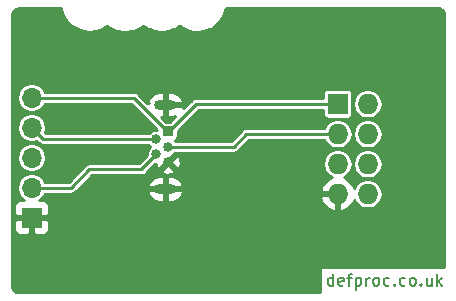
<source format=gbr>
G04 #@! TF.GenerationSoftware,KiCad,Pcbnew,5.0.2-bee76a0~70~ubuntu18.04.1*
G04 #@! TF.CreationDate,2019-07-22T12:49:36+01:00*
G04 #@! TF.ProjectId,SOICbite_USB,534f4943-6269-4746-955f-5553422e6b69,rev?*
G04 #@! TF.SameCoordinates,Original*
G04 #@! TF.FileFunction,Copper,L1,Top*
G04 #@! TF.FilePolarity,Positive*
%FSLAX46Y46*%
G04 Gerber Fmt 4.6, Leading zero omitted, Abs format (unit mm)*
G04 Created by KiCad (PCBNEW 5.0.2-bee76a0~70~ubuntu18.04.1) date Mon 22 Jul 2019 12:49:36 BST*
%MOMM*%
%LPD*%
G01*
G04 APERTURE LIST*
G04 #@! TA.AperFunction,NonConductor*
%ADD10C,0.200000*%
G04 #@! TD*
G04 #@! TA.AperFunction,ComponentPad*
%ADD11R,0.840000X0.840000*%
G04 #@! TD*
G04 #@! TA.AperFunction,ComponentPad*
%ADD12C,0.840000*%
G04 #@! TD*
G04 #@! TA.AperFunction,ComponentPad*
%ADD13O,1.850000X0.850000*%
G04 #@! TD*
G04 #@! TA.AperFunction,ComponentPad*
%ADD14R,1.727200X1.727200*%
G04 #@! TD*
G04 #@! TA.AperFunction,ComponentPad*
%ADD15O,1.727200X1.727200*%
G04 #@! TD*
G04 #@! TA.AperFunction,ComponentPad*
%ADD16R,1.700000X1.700000*%
G04 #@! TD*
G04 #@! TA.AperFunction,ComponentPad*
%ADD17O,1.700000X1.700000*%
G04 #@! TD*
G04 #@! TA.AperFunction,Conductor*
%ADD18C,0.250000*%
G04 #@! TD*
G04 #@! TA.AperFunction,Conductor*
%ADD19C,0.254000*%
G04 #@! TD*
G04 APERTURE END LIST*
D10*
X132642857Y-107452380D02*
X132642857Y-106452380D01*
X132642857Y-107404761D02*
X132547619Y-107452380D01*
X132357142Y-107452380D01*
X132261904Y-107404761D01*
X132214285Y-107357142D01*
X132166666Y-107261904D01*
X132166666Y-106976190D01*
X132214285Y-106880952D01*
X132261904Y-106833333D01*
X132357142Y-106785714D01*
X132547619Y-106785714D01*
X132642857Y-106833333D01*
X133500000Y-107404761D02*
X133404761Y-107452380D01*
X133214285Y-107452380D01*
X133119047Y-107404761D01*
X133071428Y-107309523D01*
X133071428Y-106928571D01*
X133119047Y-106833333D01*
X133214285Y-106785714D01*
X133404761Y-106785714D01*
X133500000Y-106833333D01*
X133547619Y-106928571D01*
X133547619Y-107023809D01*
X133071428Y-107119047D01*
X133833333Y-106785714D02*
X134214285Y-106785714D01*
X133976190Y-107452380D02*
X133976190Y-106595238D01*
X134023809Y-106500000D01*
X134119047Y-106452380D01*
X134214285Y-106452380D01*
X134547619Y-106785714D02*
X134547619Y-107785714D01*
X134547619Y-106833333D02*
X134642857Y-106785714D01*
X134833333Y-106785714D01*
X134928571Y-106833333D01*
X134976190Y-106880952D01*
X135023809Y-106976190D01*
X135023809Y-107261904D01*
X134976190Y-107357142D01*
X134928571Y-107404761D01*
X134833333Y-107452380D01*
X134642857Y-107452380D01*
X134547619Y-107404761D01*
X135452380Y-107452380D02*
X135452380Y-106785714D01*
X135452380Y-106976190D02*
X135500000Y-106880952D01*
X135547619Y-106833333D01*
X135642857Y-106785714D01*
X135738095Y-106785714D01*
X136214285Y-107452380D02*
X136119047Y-107404761D01*
X136071428Y-107357142D01*
X136023809Y-107261904D01*
X136023809Y-106976190D01*
X136071428Y-106880952D01*
X136119047Y-106833333D01*
X136214285Y-106785714D01*
X136357142Y-106785714D01*
X136452380Y-106833333D01*
X136500000Y-106880952D01*
X136547619Y-106976190D01*
X136547619Y-107261904D01*
X136500000Y-107357142D01*
X136452380Y-107404761D01*
X136357142Y-107452380D01*
X136214285Y-107452380D01*
X137404761Y-107404761D02*
X137309523Y-107452380D01*
X137119047Y-107452380D01*
X137023809Y-107404761D01*
X136976190Y-107357142D01*
X136928571Y-107261904D01*
X136928571Y-106976190D01*
X136976190Y-106880952D01*
X137023809Y-106833333D01*
X137119047Y-106785714D01*
X137309523Y-106785714D01*
X137404761Y-106833333D01*
X137833333Y-107357142D02*
X137880952Y-107404761D01*
X137833333Y-107452380D01*
X137785714Y-107404761D01*
X137833333Y-107357142D01*
X137833333Y-107452380D01*
X138738095Y-107404761D02*
X138642857Y-107452380D01*
X138452380Y-107452380D01*
X138357142Y-107404761D01*
X138309523Y-107357142D01*
X138261904Y-107261904D01*
X138261904Y-106976190D01*
X138309523Y-106880952D01*
X138357142Y-106833333D01*
X138452380Y-106785714D01*
X138642857Y-106785714D01*
X138738095Y-106833333D01*
X139309523Y-107452380D02*
X139214285Y-107404761D01*
X139166666Y-107357142D01*
X139119047Y-107261904D01*
X139119047Y-106976190D01*
X139166666Y-106880952D01*
X139214285Y-106833333D01*
X139309523Y-106785714D01*
X139452380Y-106785714D01*
X139547619Y-106833333D01*
X139595238Y-106880952D01*
X139642857Y-106976190D01*
X139642857Y-107261904D01*
X139595238Y-107357142D01*
X139547619Y-107404761D01*
X139452380Y-107452380D01*
X139309523Y-107452380D01*
X140071428Y-107357142D02*
X140119047Y-107404761D01*
X140071428Y-107452380D01*
X140023809Y-107404761D01*
X140071428Y-107357142D01*
X140071428Y-107452380D01*
X140976190Y-106785714D02*
X140976190Y-107452380D01*
X140547619Y-106785714D02*
X140547619Y-107309523D01*
X140595238Y-107404761D01*
X140690476Y-107452380D01*
X140833333Y-107452380D01*
X140928571Y-107404761D01*
X140976190Y-107357142D01*
X141452380Y-107452380D02*
X141452380Y-106452380D01*
X141547619Y-107071428D02*
X141833333Y-107452380D01*
X141833333Y-106785714D02*
X141452380Y-107166666D01*
D11*
G04 #@! TO.P,J1,1*
G04 #@! TO.N,+5V*
X118650000Y-94400000D03*
D12*
G04 #@! TO.P,J1,2*
G04 #@! TO.N,/USB-*
X117650000Y-95050000D03*
G04 #@! TO.P,J1,3*
G04 #@! TO.N,/USB+*
X118650000Y-95700000D03*
G04 #@! TO.P,J1,4*
G04 #@! TO.N,/USB_ID*
X117650000Y-96350000D03*
G04 #@! TO.P,J1,5*
G04 #@! TO.N,GND*
X118650000Y-97000000D03*
D13*
G04 #@! TO.P,J1,6*
X118430000Y-92125000D03*
X118430000Y-99275000D03*
G04 #@! TD*
D14*
G04 #@! TO.P,J2,1*
G04 #@! TO.N,+5V*
X133015001Y-92060001D03*
D15*
G04 #@! TO.P,J2,2*
G04 #@! TO.N,N/C*
X135555001Y-92060001D03*
G04 #@! TO.P,J2,3*
G04 #@! TO.N,/USB+*
X133015001Y-94600001D03*
G04 #@! TO.P,J2,4*
G04 #@! TO.N,N/C*
X135555001Y-94600001D03*
G04 #@! TO.P,J2,5*
G04 #@! TO.N,/USB-*
X133015001Y-97140001D03*
G04 #@! TO.P,J2,6*
G04 #@! TO.N,N/C*
X135555001Y-97140001D03*
G04 #@! TO.P,J2,7*
G04 #@! TO.N,GND*
X133015001Y-99680001D03*
G04 #@! TO.P,J2,8*
G04 #@! TO.N,/USB_ID*
X135555001Y-99680001D03*
G04 #@! TD*
D16*
G04 #@! TO.P,J3,1*
G04 #@! TO.N,GND*
X107100000Y-101700000D03*
D17*
G04 #@! TO.P,J3,2*
G04 #@! TO.N,/USB_ID*
X107100000Y-99160000D03*
G04 #@! TO.P,J3,3*
G04 #@! TO.N,/USB+*
X107100000Y-96620000D03*
G04 #@! TO.P,J3,4*
G04 #@! TO.N,/USB-*
X107100000Y-94080000D03*
G04 #@! TO.P,J3,5*
G04 #@! TO.N,+5V*
X107100000Y-91540000D03*
G04 #@! TD*
D18*
G04 #@! TO.N,+5V*
X118700000Y-94400000D02*
X118650000Y-94400000D01*
X133015001Y-92060001D02*
X121039999Y-92060001D01*
X121039999Y-92060001D02*
X118700000Y-94400000D01*
X118600000Y-94400000D02*
X118650000Y-94400000D01*
X107100000Y-91540000D02*
X115740000Y-91540000D01*
X115740000Y-91540000D02*
X118600000Y-94400000D01*
G04 #@! TO.N,/USB-*
X108070000Y-95050000D02*
X107100000Y-94080000D01*
X117650000Y-95050000D02*
X108070000Y-95050000D01*
G04 #@! TO.N,/USB+*
X124200000Y-95700000D02*
X118650000Y-95700000D01*
X133015001Y-94600001D02*
X125299999Y-94600001D01*
X125299999Y-94600001D02*
X124200000Y-95700000D01*
G04 #@! TO.N,/USB_ID*
X117230001Y-96769999D02*
X117650000Y-96350000D01*
X116400000Y-97600000D02*
X117230001Y-96769999D01*
X116400000Y-97600000D02*
X117650000Y-96350000D01*
X112000000Y-97600000D02*
X116400000Y-97600000D01*
X107100000Y-99160000D02*
X110440000Y-99160000D01*
X110440000Y-99160000D02*
X112000000Y-97600000D01*
G04 #@! TD*
D19*
G04 #@! TO.N,GND*
G36*
X109716264Y-84393348D02*
X109740339Y-84450411D01*
X109763680Y-84507678D01*
X109766522Y-84512470D01*
X110058792Y-84998409D01*
X110097888Y-85046388D01*
X110136390Y-85094835D01*
X110140463Y-85098637D01*
X110557371Y-85483012D01*
X110608329Y-85518067D01*
X110658914Y-85553784D01*
X110663890Y-85556290D01*
X111171923Y-85808204D01*
X111230727Y-85827566D01*
X111289248Y-85847631D01*
X111294727Y-85848639D01*
X111853042Y-85947840D01*
X111914867Y-85949918D01*
X111976719Y-85952754D01*
X111982260Y-85952183D01*
X112545978Y-85890695D01*
X112605918Y-85875333D01*
X112666059Y-85860700D01*
X112671215Y-85858598D01*
X112671220Y-85858597D01*
X112671225Y-85858594D01*
X113195020Y-85641365D01*
X113248212Y-85609813D01*
X113301859Y-85578872D01*
X113306220Y-85575406D01*
X113462691Y-85449487D01*
X113620216Y-85575740D01*
X113644462Y-85590258D01*
X113666289Y-85608202D01*
X113725576Y-85638967D01*
X114255310Y-85866287D01*
X114282989Y-85873924D01*
X114309250Y-85885520D01*
X114374625Y-85899208D01*
X114945977Y-85975697D01*
X114974689Y-85975609D01*
X115003101Y-85979716D01*
X115069750Y-85975319D01*
X115640624Y-85895342D01*
X115668251Y-85887537D01*
X115696723Y-85883852D01*
X115759734Y-85861693D01*
X116288071Y-85631145D01*
X116312584Y-85616197D01*
X116339015Y-85604991D01*
X116393746Y-85566704D01*
X116554942Y-85435353D01*
X116710675Y-85560169D01*
X116734921Y-85574687D01*
X116756748Y-85592631D01*
X116816035Y-85623396D01*
X117345769Y-85850716D01*
X117373448Y-85858353D01*
X117399709Y-85869949D01*
X117465084Y-85883637D01*
X118036436Y-85960126D01*
X118065148Y-85960038D01*
X118093560Y-85964145D01*
X118160209Y-85959748D01*
X118731083Y-85879771D01*
X118758710Y-85871966D01*
X118787182Y-85868281D01*
X118850193Y-85846122D01*
X119378530Y-85615574D01*
X119403043Y-85600626D01*
X119429474Y-85589420D01*
X119484205Y-85551133D01*
X119622752Y-85438238D01*
X119640778Y-85453434D01*
X119645521Y-85456356D01*
X120126500Y-85748578D01*
X120183414Y-85772890D01*
X120240023Y-85797894D01*
X120245396Y-85799367D01*
X120789059Y-85944849D01*
X120850523Y-85952212D01*
X120911861Y-85960321D01*
X120917431Y-85960227D01*
X121480074Y-85947273D01*
X121541105Y-85937094D01*
X121602283Y-85927657D01*
X121607603Y-85926003D01*
X122143993Y-85755654D01*
X122199704Y-85728760D01*
X122255784Y-85702527D01*
X122260426Y-85699447D01*
X122727445Y-85385399D01*
X122773352Y-85343964D01*
X122819832Y-85303031D01*
X122823423Y-85298771D01*
X123183528Y-84866269D01*
X123215983Y-84813579D01*
X123249084Y-84761281D01*
X123251334Y-84756185D01*
X123475577Y-84239997D01*
X123491936Y-84180324D01*
X123509030Y-84120832D01*
X123509760Y-84115308D01*
X123526682Y-83981000D01*
X141547373Y-83981000D01*
X141564073Y-83977678D01*
X141704761Y-84005663D01*
X141878349Y-84121651D01*
X141994337Y-84295239D01*
X142022322Y-84435928D01*
X142019000Y-84452628D01*
X142019001Y-105849000D01*
X131495191Y-105849000D01*
X131495191Y-108019000D01*
X105952627Y-108019000D01*
X105935927Y-108022322D01*
X105795239Y-107994337D01*
X105621651Y-107878349D01*
X105505663Y-107704761D01*
X105477678Y-107564073D01*
X105481000Y-107547373D01*
X105481000Y-101985750D01*
X105615000Y-101985750D01*
X105615000Y-102676310D01*
X105711673Y-102909699D01*
X105890302Y-103088327D01*
X106123691Y-103185000D01*
X106814250Y-103185000D01*
X106973000Y-103026250D01*
X106973000Y-101827000D01*
X107227000Y-101827000D01*
X107227000Y-103026250D01*
X107385750Y-103185000D01*
X108076309Y-103185000D01*
X108309698Y-103088327D01*
X108488327Y-102909699D01*
X108585000Y-102676310D01*
X108585000Y-101985750D01*
X108426250Y-101827000D01*
X107227000Y-101827000D01*
X106973000Y-101827000D01*
X105773750Y-101827000D01*
X105615000Y-101985750D01*
X105481000Y-101985750D01*
X105481000Y-100723690D01*
X105615000Y-100723690D01*
X105615000Y-101414250D01*
X105773750Y-101573000D01*
X106973000Y-101573000D01*
X106973000Y-101553000D01*
X107227000Y-101553000D01*
X107227000Y-101573000D01*
X108426250Y-101573000D01*
X108585000Y-101414250D01*
X108585000Y-100723690D01*
X108488327Y-100490301D01*
X108309698Y-100311673D01*
X108076309Y-100215000D01*
X107736821Y-100215000D01*
X107987501Y-100047501D01*
X108242412Y-99666000D01*
X110390166Y-99666000D01*
X110440000Y-99675913D01*
X110489834Y-99666000D01*
X110489835Y-99666000D01*
X110637431Y-99636641D01*
X110744557Y-99565062D01*
X116910460Y-99565062D01*
X117090664Y-99934731D01*
X117407023Y-100205712D01*
X117803000Y-100335000D01*
X118303000Y-100335000D01*
X118303000Y-99402000D01*
X118557000Y-99402000D01*
X118557000Y-100335000D01*
X119057000Y-100335000D01*
X119452977Y-100205712D01*
X119647574Y-100039027D01*
X131560043Y-100039027D01*
X131732313Y-100454948D01*
X132126511Y-100886822D01*
X132655974Y-101134969D01*
X132888001Y-101014470D01*
X132888001Y-99807001D01*
X131681184Y-99807001D01*
X131560043Y-100039027D01*
X119647574Y-100039027D01*
X119769336Y-99934731D01*
X119949540Y-99565062D01*
X119822257Y-99402000D01*
X118557000Y-99402000D01*
X118303000Y-99402000D01*
X117037743Y-99402000D01*
X116910460Y-99565062D01*
X110744557Y-99565062D01*
X110804806Y-99524806D01*
X110833039Y-99482553D01*
X110994617Y-99320975D01*
X131560043Y-99320975D01*
X131681184Y-99553001D01*
X132888001Y-99553001D01*
X132888001Y-99533001D01*
X133142001Y-99533001D01*
X133142001Y-99553001D01*
X133162001Y-99553001D01*
X133162001Y-99807001D01*
X133142001Y-99807001D01*
X133142001Y-101014470D01*
X133374028Y-101134969D01*
X133903491Y-100886822D01*
X134297689Y-100454948D01*
X134404166Y-100197875D01*
X134657695Y-100577307D01*
X135069382Y-100852388D01*
X135432420Y-100924601D01*
X135677582Y-100924601D01*
X136040620Y-100852388D01*
X136452307Y-100577307D01*
X136727388Y-100165620D01*
X136823984Y-99680001D01*
X136727388Y-99194382D01*
X136452307Y-98782695D01*
X136040620Y-98507614D01*
X135677582Y-98435401D01*
X135432420Y-98435401D01*
X135069382Y-98507614D01*
X134657695Y-98782695D01*
X134404166Y-99162127D01*
X134297689Y-98905054D01*
X133903491Y-98473180D01*
X133525271Y-98295917D01*
X133912307Y-98037307D01*
X134187388Y-97625620D01*
X134283984Y-97140001D01*
X134286018Y-97140001D01*
X134382614Y-97625620D01*
X134657695Y-98037307D01*
X135069382Y-98312388D01*
X135432420Y-98384601D01*
X135677582Y-98384601D01*
X136040620Y-98312388D01*
X136452307Y-98037307D01*
X136727388Y-97625620D01*
X136823984Y-97140001D01*
X136727388Y-96654382D01*
X136452307Y-96242695D01*
X136040620Y-95967614D01*
X135677582Y-95895401D01*
X135432420Y-95895401D01*
X135069382Y-95967614D01*
X134657695Y-96242695D01*
X134382614Y-96654382D01*
X134286018Y-97140001D01*
X134283984Y-97140001D01*
X134187388Y-96654382D01*
X133912307Y-96242695D01*
X133500620Y-95967614D01*
X133137582Y-95895401D01*
X132892420Y-95895401D01*
X132529382Y-95967614D01*
X132117695Y-96242695D01*
X131842614Y-96654382D01*
X131746018Y-97140001D01*
X131842614Y-97625620D01*
X132117695Y-98037307D01*
X132504731Y-98295917D01*
X132126511Y-98473180D01*
X131732313Y-98905054D01*
X131560043Y-99320975D01*
X110994617Y-99320975D01*
X111330654Y-98984938D01*
X116910460Y-98984938D01*
X117037743Y-99148000D01*
X118303000Y-99148000D01*
X118303000Y-98215000D01*
X118557000Y-98215000D01*
X118557000Y-99148000D01*
X119822257Y-99148000D01*
X119949540Y-98984938D01*
X119769336Y-98615269D01*
X119452977Y-98344288D01*
X119057000Y-98215000D01*
X118557000Y-98215000D01*
X118303000Y-98215000D01*
X117803000Y-98215000D01*
X117407023Y-98344288D01*
X117090664Y-98615269D01*
X116910460Y-98984938D01*
X111330654Y-98984938D01*
X112209592Y-98106000D01*
X116350166Y-98106000D01*
X116400000Y-98115913D01*
X116449834Y-98106000D01*
X116449835Y-98106000D01*
X116597431Y-98076641D01*
X116764806Y-97964806D01*
X116793038Y-97922553D01*
X116983678Y-97731913D01*
X118097692Y-97731913D01*
X118124905Y-97938796D01*
X118524137Y-98068279D01*
X118942531Y-98035127D01*
X119175095Y-97938796D01*
X119202308Y-97731913D01*
X118650000Y-97179605D01*
X118097692Y-97731913D01*
X116983678Y-97731913D01*
X117163283Y-97552308D01*
X117564592Y-97151000D01*
X117603659Y-97151000D01*
X117614873Y-97292531D01*
X117711204Y-97525095D01*
X117918087Y-97552308D01*
X118470395Y-97000000D01*
X118829605Y-97000000D01*
X119381913Y-97552308D01*
X119588796Y-97525095D01*
X119718279Y-97125863D01*
X119685127Y-96707469D01*
X119588796Y-96474905D01*
X119381913Y-96447692D01*
X118829605Y-97000000D01*
X118470395Y-97000000D01*
X118456253Y-96985858D01*
X118635858Y-96806253D01*
X118650000Y-96820395D01*
X119082579Y-96387816D01*
X119103730Y-96379055D01*
X119276785Y-96206000D01*
X124150166Y-96206000D01*
X124200000Y-96215913D01*
X124249834Y-96206000D01*
X124249835Y-96206000D01*
X124397431Y-96176641D01*
X124564806Y-96064806D01*
X124593038Y-96022553D01*
X125509592Y-95106001D01*
X131856232Y-95106001D01*
X132117695Y-95497307D01*
X132529382Y-95772388D01*
X132892420Y-95844601D01*
X133137582Y-95844601D01*
X133500620Y-95772388D01*
X133912307Y-95497307D01*
X134187388Y-95085620D01*
X134283984Y-94600001D01*
X134286018Y-94600001D01*
X134382614Y-95085620D01*
X134657695Y-95497307D01*
X135069382Y-95772388D01*
X135432420Y-95844601D01*
X135677582Y-95844601D01*
X136040620Y-95772388D01*
X136452307Y-95497307D01*
X136727388Y-95085620D01*
X136823984Y-94600001D01*
X136727388Y-94114382D01*
X136452307Y-93702695D01*
X136040620Y-93427614D01*
X135677582Y-93355401D01*
X135432420Y-93355401D01*
X135069382Y-93427614D01*
X134657695Y-93702695D01*
X134382614Y-94114382D01*
X134286018Y-94600001D01*
X134283984Y-94600001D01*
X134187388Y-94114382D01*
X133912307Y-93702695D01*
X133500620Y-93427614D01*
X133137582Y-93355401D01*
X132892420Y-93355401D01*
X132529382Y-93427614D01*
X132117695Y-93702695D01*
X131856232Y-94094001D01*
X125349834Y-94094001D01*
X125299999Y-94084088D01*
X125250164Y-94094001D01*
X125102568Y-94123360D01*
X124935193Y-94235195D01*
X124906964Y-94277443D01*
X123990409Y-95194000D01*
X119276785Y-95194000D01*
X119244448Y-95161663D01*
X119344686Y-95094686D01*
X119428894Y-94968659D01*
X119458464Y-94820000D01*
X119458464Y-94357127D01*
X121249591Y-92566001D01*
X131762937Y-92566001D01*
X131762937Y-92923601D01*
X131792507Y-93072260D01*
X131876715Y-93198287D01*
X132002742Y-93282495D01*
X132151401Y-93312065D01*
X133878601Y-93312065D01*
X134027260Y-93282495D01*
X134153287Y-93198287D01*
X134237495Y-93072260D01*
X134267065Y-92923601D01*
X134267065Y-92060001D01*
X134286018Y-92060001D01*
X134382614Y-92545620D01*
X134657695Y-92957307D01*
X135069382Y-93232388D01*
X135432420Y-93304601D01*
X135677582Y-93304601D01*
X136040620Y-93232388D01*
X136452307Y-92957307D01*
X136727388Y-92545620D01*
X136823984Y-92060001D01*
X136727388Y-91574382D01*
X136452307Y-91162695D01*
X136040620Y-90887614D01*
X135677582Y-90815401D01*
X135432420Y-90815401D01*
X135069382Y-90887614D01*
X134657695Y-91162695D01*
X134382614Y-91574382D01*
X134286018Y-92060001D01*
X134267065Y-92060001D01*
X134267065Y-91196401D01*
X134237495Y-91047742D01*
X134153287Y-90921715D01*
X134027260Y-90837507D01*
X133878601Y-90807937D01*
X132151401Y-90807937D01*
X132002742Y-90837507D01*
X131876715Y-90921715D01*
X131792507Y-91047742D01*
X131762937Y-91196401D01*
X131762937Y-91554001D01*
X121089832Y-91554001D01*
X121039998Y-91544088D01*
X120990164Y-91554001D01*
X120842568Y-91583360D01*
X120675193Y-91695195D01*
X120646962Y-91737446D01*
X119930702Y-92453707D01*
X119949540Y-92415062D01*
X119822257Y-92252000D01*
X118557000Y-92252000D01*
X118557000Y-93185000D01*
X119057000Y-93185000D01*
X119268447Y-93115962D01*
X118792873Y-93591536D01*
X118507128Y-93591536D01*
X118100592Y-93185000D01*
X118303000Y-93185000D01*
X118303000Y-92252000D01*
X118283000Y-92252000D01*
X118283000Y-91998000D01*
X118303000Y-91998000D01*
X118303000Y-91065000D01*
X118557000Y-91065000D01*
X118557000Y-91998000D01*
X119822257Y-91998000D01*
X119949540Y-91834938D01*
X119769336Y-91465269D01*
X119452977Y-91194288D01*
X119057000Y-91065000D01*
X118557000Y-91065000D01*
X118303000Y-91065000D01*
X117803000Y-91065000D01*
X117407023Y-91194288D01*
X117090664Y-91465269D01*
X116910460Y-91834938D01*
X117037741Y-91997998D01*
X116913589Y-91997998D01*
X116133039Y-91217448D01*
X116104806Y-91175194D01*
X115937431Y-91063359D01*
X115789835Y-91034000D01*
X115789834Y-91034000D01*
X115740000Y-91024087D01*
X115690166Y-91034000D01*
X108242412Y-91034000D01*
X107987501Y-90652499D01*
X107580312Y-90380424D01*
X107221239Y-90309000D01*
X106978761Y-90309000D01*
X106619688Y-90380424D01*
X106212499Y-90652499D01*
X105940424Y-91059688D01*
X105844884Y-91540000D01*
X105940424Y-92020312D01*
X106212499Y-92427501D01*
X106619688Y-92699576D01*
X106978761Y-92771000D01*
X107221239Y-92771000D01*
X107580312Y-92699576D01*
X107987501Y-92427501D01*
X108242412Y-92046000D01*
X115530409Y-92046000D01*
X117733408Y-94249000D01*
X117490671Y-94249000D01*
X117196270Y-94370945D01*
X117023215Y-94544000D01*
X108279592Y-94544000D01*
X108265603Y-94530011D01*
X108355116Y-94080000D01*
X108259576Y-93599688D01*
X107987501Y-93192499D01*
X107580312Y-92920424D01*
X107221239Y-92849000D01*
X106978761Y-92849000D01*
X106619688Y-92920424D01*
X106212499Y-93192499D01*
X105940424Y-93599688D01*
X105844884Y-94080000D01*
X105940424Y-94560312D01*
X106212499Y-94967501D01*
X106619688Y-95239576D01*
X106978761Y-95311000D01*
X107221239Y-95311000D01*
X107550011Y-95245603D01*
X107676963Y-95372555D01*
X107705194Y-95414806D01*
X107872569Y-95526641D01*
X108020165Y-95556000D01*
X108069999Y-95565913D01*
X108119833Y-95556000D01*
X117023215Y-95556000D01*
X117167215Y-95700000D01*
X116970945Y-95896270D01*
X116849000Y-96190671D01*
X116849000Y-96435408D01*
X116190409Y-97094000D01*
X112049833Y-97094000D01*
X111999999Y-97084087D01*
X111950165Y-97094000D01*
X111802569Y-97123359D01*
X111635194Y-97235194D01*
X111606963Y-97277445D01*
X110230409Y-98654000D01*
X108242412Y-98654000D01*
X107987501Y-98272499D01*
X107580312Y-98000424D01*
X107221239Y-97929000D01*
X106978761Y-97929000D01*
X106619688Y-98000424D01*
X106212499Y-98272499D01*
X105940424Y-98679688D01*
X105844884Y-99160000D01*
X105940424Y-99640312D01*
X106212499Y-100047501D01*
X106463179Y-100215000D01*
X106123691Y-100215000D01*
X105890302Y-100311673D01*
X105711673Y-100490301D01*
X105615000Y-100723690D01*
X105481000Y-100723690D01*
X105481000Y-96620000D01*
X105844884Y-96620000D01*
X105940424Y-97100312D01*
X106212499Y-97507501D01*
X106619688Y-97779576D01*
X106978761Y-97851000D01*
X107221239Y-97851000D01*
X107580312Y-97779576D01*
X107987501Y-97507501D01*
X108259576Y-97100312D01*
X108355116Y-96620000D01*
X108259576Y-96139688D01*
X107987501Y-95732499D01*
X107580312Y-95460424D01*
X107221239Y-95389000D01*
X106978761Y-95389000D01*
X106619688Y-95460424D01*
X106212499Y-95732499D01*
X105940424Y-96139688D01*
X105844884Y-96620000D01*
X105481000Y-96620000D01*
X105481000Y-84452627D01*
X105477678Y-84435927D01*
X105505663Y-84295239D01*
X105621651Y-84121651D01*
X105795239Y-84005663D01*
X106044911Y-83956000D01*
X109601324Y-83956000D01*
X109716264Y-84393348D01*
X109716264Y-84393348D01*
G37*
X109716264Y-84393348D02*
X109740339Y-84450411D01*
X109763680Y-84507678D01*
X109766522Y-84512470D01*
X110058792Y-84998409D01*
X110097888Y-85046388D01*
X110136390Y-85094835D01*
X110140463Y-85098637D01*
X110557371Y-85483012D01*
X110608329Y-85518067D01*
X110658914Y-85553784D01*
X110663890Y-85556290D01*
X111171923Y-85808204D01*
X111230727Y-85827566D01*
X111289248Y-85847631D01*
X111294727Y-85848639D01*
X111853042Y-85947840D01*
X111914867Y-85949918D01*
X111976719Y-85952754D01*
X111982260Y-85952183D01*
X112545978Y-85890695D01*
X112605918Y-85875333D01*
X112666059Y-85860700D01*
X112671215Y-85858598D01*
X112671220Y-85858597D01*
X112671225Y-85858594D01*
X113195020Y-85641365D01*
X113248212Y-85609813D01*
X113301859Y-85578872D01*
X113306220Y-85575406D01*
X113462691Y-85449487D01*
X113620216Y-85575740D01*
X113644462Y-85590258D01*
X113666289Y-85608202D01*
X113725576Y-85638967D01*
X114255310Y-85866287D01*
X114282989Y-85873924D01*
X114309250Y-85885520D01*
X114374625Y-85899208D01*
X114945977Y-85975697D01*
X114974689Y-85975609D01*
X115003101Y-85979716D01*
X115069750Y-85975319D01*
X115640624Y-85895342D01*
X115668251Y-85887537D01*
X115696723Y-85883852D01*
X115759734Y-85861693D01*
X116288071Y-85631145D01*
X116312584Y-85616197D01*
X116339015Y-85604991D01*
X116393746Y-85566704D01*
X116554942Y-85435353D01*
X116710675Y-85560169D01*
X116734921Y-85574687D01*
X116756748Y-85592631D01*
X116816035Y-85623396D01*
X117345769Y-85850716D01*
X117373448Y-85858353D01*
X117399709Y-85869949D01*
X117465084Y-85883637D01*
X118036436Y-85960126D01*
X118065148Y-85960038D01*
X118093560Y-85964145D01*
X118160209Y-85959748D01*
X118731083Y-85879771D01*
X118758710Y-85871966D01*
X118787182Y-85868281D01*
X118850193Y-85846122D01*
X119378530Y-85615574D01*
X119403043Y-85600626D01*
X119429474Y-85589420D01*
X119484205Y-85551133D01*
X119622752Y-85438238D01*
X119640778Y-85453434D01*
X119645521Y-85456356D01*
X120126500Y-85748578D01*
X120183414Y-85772890D01*
X120240023Y-85797894D01*
X120245396Y-85799367D01*
X120789059Y-85944849D01*
X120850523Y-85952212D01*
X120911861Y-85960321D01*
X120917431Y-85960227D01*
X121480074Y-85947273D01*
X121541105Y-85937094D01*
X121602283Y-85927657D01*
X121607603Y-85926003D01*
X122143993Y-85755654D01*
X122199704Y-85728760D01*
X122255784Y-85702527D01*
X122260426Y-85699447D01*
X122727445Y-85385399D01*
X122773352Y-85343964D01*
X122819832Y-85303031D01*
X122823423Y-85298771D01*
X123183528Y-84866269D01*
X123215983Y-84813579D01*
X123249084Y-84761281D01*
X123251334Y-84756185D01*
X123475577Y-84239997D01*
X123491936Y-84180324D01*
X123509030Y-84120832D01*
X123509760Y-84115308D01*
X123526682Y-83981000D01*
X141547373Y-83981000D01*
X141564073Y-83977678D01*
X141704761Y-84005663D01*
X141878349Y-84121651D01*
X141994337Y-84295239D01*
X142022322Y-84435928D01*
X142019000Y-84452628D01*
X142019001Y-105849000D01*
X131495191Y-105849000D01*
X131495191Y-108019000D01*
X105952627Y-108019000D01*
X105935927Y-108022322D01*
X105795239Y-107994337D01*
X105621651Y-107878349D01*
X105505663Y-107704761D01*
X105477678Y-107564073D01*
X105481000Y-107547373D01*
X105481000Y-101985750D01*
X105615000Y-101985750D01*
X105615000Y-102676310D01*
X105711673Y-102909699D01*
X105890302Y-103088327D01*
X106123691Y-103185000D01*
X106814250Y-103185000D01*
X106973000Y-103026250D01*
X106973000Y-101827000D01*
X107227000Y-101827000D01*
X107227000Y-103026250D01*
X107385750Y-103185000D01*
X108076309Y-103185000D01*
X108309698Y-103088327D01*
X108488327Y-102909699D01*
X108585000Y-102676310D01*
X108585000Y-101985750D01*
X108426250Y-101827000D01*
X107227000Y-101827000D01*
X106973000Y-101827000D01*
X105773750Y-101827000D01*
X105615000Y-101985750D01*
X105481000Y-101985750D01*
X105481000Y-100723690D01*
X105615000Y-100723690D01*
X105615000Y-101414250D01*
X105773750Y-101573000D01*
X106973000Y-101573000D01*
X106973000Y-101553000D01*
X107227000Y-101553000D01*
X107227000Y-101573000D01*
X108426250Y-101573000D01*
X108585000Y-101414250D01*
X108585000Y-100723690D01*
X108488327Y-100490301D01*
X108309698Y-100311673D01*
X108076309Y-100215000D01*
X107736821Y-100215000D01*
X107987501Y-100047501D01*
X108242412Y-99666000D01*
X110390166Y-99666000D01*
X110440000Y-99675913D01*
X110489834Y-99666000D01*
X110489835Y-99666000D01*
X110637431Y-99636641D01*
X110744557Y-99565062D01*
X116910460Y-99565062D01*
X117090664Y-99934731D01*
X117407023Y-100205712D01*
X117803000Y-100335000D01*
X118303000Y-100335000D01*
X118303000Y-99402000D01*
X118557000Y-99402000D01*
X118557000Y-100335000D01*
X119057000Y-100335000D01*
X119452977Y-100205712D01*
X119647574Y-100039027D01*
X131560043Y-100039027D01*
X131732313Y-100454948D01*
X132126511Y-100886822D01*
X132655974Y-101134969D01*
X132888001Y-101014470D01*
X132888001Y-99807001D01*
X131681184Y-99807001D01*
X131560043Y-100039027D01*
X119647574Y-100039027D01*
X119769336Y-99934731D01*
X119949540Y-99565062D01*
X119822257Y-99402000D01*
X118557000Y-99402000D01*
X118303000Y-99402000D01*
X117037743Y-99402000D01*
X116910460Y-99565062D01*
X110744557Y-99565062D01*
X110804806Y-99524806D01*
X110833039Y-99482553D01*
X110994617Y-99320975D01*
X131560043Y-99320975D01*
X131681184Y-99553001D01*
X132888001Y-99553001D01*
X132888001Y-99533001D01*
X133142001Y-99533001D01*
X133142001Y-99553001D01*
X133162001Y-99553001D01*
X133162001Y-99807001D01*
X133142001Y-99807001D01*
X133142001Y-101014470D01*
X133374028Y-101134969D01*
X133903491Y-100886822D01*
X134297689Y-100454948D01*
X134404166Y-100197875D01*
X134657695Y-100577307D01*
X135069382Y-100852388D01*
X135432420Y-100924601D01*
X135677582Y-100924601D01*
X136040620Y-100852388D01*
X136452307Y-100577307D01*
X136727388Y-100165620D01*
X136823984Y-99680001D01*
X136727388Y-99194382D01*
X136452307Y-98782695D01*
X136040620Y-98507614D01*
X135677582Y-98435401D01*
X135432420Y-98435401D01*
X135069382Y-98507614D01*
X134657695Y-98782695D01*
X134404166Y-99162127D01*
X134297689Y-98905054D01*
X133903491Y-98473180D01*
X133525271Y-98295917D01*
X133912307Y-98037307D01*
X134187388Y-97625620D01*
X134283984Y-97140001D01*
X134286018Y-97140001D01*
X134382614Y-97625620D01*
X134657695Y-98037307D01*
X135069382Y-98312388D01*
X135432420Y-98384601D01*
X135677582Y-98384601D01*
X136040620Y-98312388D01*
X136452307Y-98037307D01*
X136727388Y-97625620D01*
X136823984Y-97140001D01*
X136727388Y-96654382D01*
X136452307Y-96242695D01*
X136040620Y-95967614D01*
X135677582Y-95895401D01*
X135432420Y-95895401D01*
X135069382Y-95967614D01*
X134657695Y-96242695D01*
X134382614Y-96654382D01*
X134286018Y-97140001D01*
X134283984Y-97140001D01*
X134187388Y-96654382D01*
X133912307Y-96242695D01*
X133500620Y-95967614D01*
X133137582Y-95895401D01*
X132892420Y-95895401D01*
X132529382Y-95967614D01*
X132117695Y-96242695D01*
X131842614Y-96654382D01*
X131746018Y-97140001D01*
X131842614Y-97625620D01*
X132117695Y-98037307D01*
X132504731Y-98295917D01*
X132126511Y-98473180D01*
X131732313Y-98905054D01*
X131560043Y-99320975D01*
X110994617Y-99320975D01*
X111330654Y-98984938D01*
X116910460Y-98984938D01*
X117037743Y-99148000D01*
X118303000Y-99148000D01*
X118303000Y-98215000D01*
X118557000Y-98215000D01*
X118557000Y-99148000D01*
X119822257Y-99148000D01*
X119949540Y-98984938D01*
X119769336Y-98615269D01*
X119452977Y-98344288D01*
X119057000Y-98215000D01*
X118557000Y-98215000D01*
X118303000Y-98215000D01*
X117803000Y-98215000D01*
X117407023Y-98344288D01*
X117090664Y-98615269D01*
X116910460Y-98984938D01*
X111330654Y-98984938D01*
X112209592Y-98106000D01*
X116350166Y-98106000D01*
X116400000Y-98115913D01*
X116449834Y-98106000D01*
X116449835Y-98106000D01*
X116597431Y-98076641D01*
X116764806Y-97964806D01*
X116793038Y-97922553D01*
X116983678Y-97731913D01*
X118097692Y-97731913D01*
X118124905Y-97938796D01*
X118524137Y-98068279D01*
X118942531Y-98035127D01*
X119175095Y-97938796D01*
X119202308Y-97731913D01*
X118650000Y-97179605D01*
X118097692Y-97731913D01*
X116983678Y-97731913D01*
X117163283Y-97552308D01*
X117564592Y-97151000D01*
X117603659Y-97151000D01*
X117614873Y-97292531D01*
X117711204Y-97525095D01*
X117918087Y-97552308D01*
X118470395Y-97000000D01*
X118829605Y-97000000D01*
X119381913Y-97552308D01*
X119588796Y-97525095D01*
X119718279Y-97125863D01*
X119685127Y-96707469D01*
X119588796Y-96474905D01*
X119381913Y-96447692D01*
X118829605Y-97000000D01*
X118470395Y-97000000D01*
X118456253Y-96985858D01*
X118635858Y-96806253D01*
X118650000Y-96820395D01*
X119082579Y-96387816D01*
X119103730Y-96379055D01*
X119276785Y-96206000D01*
X124150166Y-96206000D01*
X124200000Y-96215913D01*
X124249834Y-96206000D01*
X124249835Y-96206000D01*
X124397431Y-96176641D01*
X124564806Y-96064806D01*
X124593038Y-96022553D01*
X125509592Y-95106001D01*
X131856232Y-95106001D01*
X132117695Y-95497307D01*
X132529382Y-95772388D01*
X132892420Y-95844601D01*
X133137582Y-95844601D01*
X133500620Y-95772388D01*
X133912307Y-95497307D01*
X134187388Y-95085620D01*
X134283984Y-94600001D01*
X134286018Y-94600001D01*
X134382614Y-95085620D01*
X134657695Y-95497307D01*
X135069382Y-95772388D01*
X135432420Y-95844601D01*
X135677582Y-95844601D01*
X136040620Y-95772388D01*
X136452307Y-95497307D01*
X136727388Y-95085620D01*
X136823984Y-94600001D01*
X136727388Y-94114382D01*
X136452307Y-93702695D01*
X136040620Y-93427614D01*
X135677582Y-93355401D01*
X135432420Y-93355401D01*
X135069382Y-93427614D01*
X134657695Y-93702695D01*
X134382614Y-94114382D01*
X134286018Y-94600001D01*
X134283984Y-94600001D01*
X134187388Y-94114382D01*
X133912307Y-93702695D01*
X133500620Y-93427614D01*
X133137582Y-93355401D01*
X132892420Y-93355401D01*
X132529382Y-93427614D01*
X132117695Y-93702695D01*
X131856232Y-94094001D01*
X125349834Y-94094001D01*
X125299999Y-94084088D01*
X125250164Y-94094001D01*
X125102568Y-94123360D01*
X124935193Y-94235195D01*
X124906964Y-94277443D01*
X123990409Y-95194000D01*
X119276785Y-95194000D01*
X119244448Y-95161663D01*
X119344686Y-95094686D01*
X119428894Y-94968659D01*
X119458464Y-94820000D01*
X119458464Y-94357127D01*
X121249591Y-92566001D01*
X131762937Y-92566001D01*
X131762937Y-92923601D01*
X131792507Y-93072260D01*
X131876715Y-93198287D01*
X132002742Y-93282495D01*
X132151401Y-93312065D01*
X133878601Y-93312065D01*
X134027260Y-93282495D01*
X134153287Y-93198287D01*
X134237495Y-93072260D01*
X134267065Y-92923601D01*
X134267065Y-92060001D01*
X134286018Y-92060001D01*
X134382614Y-92545620D01*
X134657695Y-92957307D01*
X135069382Y-93232388D01*
X135432420Y-93304601D01*
X135677582Y-93304601D01*
X136040620Y-93232388D01*
X136452307Y-92957307D01*
X136727388Y-92545620D01*
X136823984Y-92060001D01*
X136727388Y-91574382D01*
X136452307Y-91162695D01*
X136040620Y-90887614D01*
X135677582Y-90815401D01*
X135432420Y-90815401D01*
X135069382Y-90887614D01*
X134657695Y-91162695D01*
X134382614Y-91574382D01*
X134286018Y-92060001D01*
X134267065Y-92060001D01*
X134267065Y-91196401D01*
X134237495Y-91047742D01*
X134153287Y-90921715D01*
X134027260Y-90837507D01*
X133878601Y-90807937D01*
X132151401Y-90807937D01*
X132002742Y-90837507D01*
X131876715Y-90921715D01*
X131792507Y-91047742D01*
X131762937Y-91196401D01*
X131762937Y-91554001D01*
X121089832Y-91554001D01*
X121039998Y-91544088D01*
X120990164Y-91554001D01*
X120842568Y-91583360D01*
X120675193Y-91695195D01*
X120646962Y-91737446D01*
X119930702Y-92453707D01*
X119949540Y-92415062D01*
X119822257Y-92252000D01*
X118557000Y-92252000D01*
X118557000Y-93185000D01*
X119057000Y-93185000D01*
X119268447Y-93115962D01*
X118792873Y-93591536D01*
X118507128Y-93591536D01*
X118100592Y-93185000D01*
X118303000Y-93185000D01*
X118303000Y-92252000D01*
X118283000Y-92252000D01*
X118283000Y-91998000D01*
X118303000Y-91998000D01*
X118303000Y-91065000D01*
X118557000Y-91065000D01*
X118557000Y-91998000D01*
X119822257Y-91998000D01*
X119949540Y-91834938D01*
X119769336Y-91465269D01*
X119452977Y-91194288D01*
X119057000Y-91065000D01*
X118557000Y-91065000D01*
X118303000Y-91065000D01*
X117803000Y-91065000D01*
X117407023Y-91194288D01*
X117090664Y-91465269D01*
X116910460Y-91834938D01*
X117037741Y-91997998D01*
X116913589Y-91997998D01*
X116133039Y-91217448D01*
X116104806Y-91175194D01*
X115937431Y-91063359D01*
X115789835Y-91034000D01*
X115789834Y-91034000D01*
X115740000Y-91024087D01*
X115690166Y-91034000D01*
X108242412Y-91034000D01*
X107987501Y-90652499D01*
X107580312Y-90380424D01*
X107221239Y-90309000D01*
X106978761Y-90309000D01*
X106619688Y-90380424D01*
X106212499Y-90652499D01*
X105940424Y-91059688D01*
X105844884Y-91540000D01*
X105940424Y-92020312D01*
X106212499Y-92427501D01*
X106619688Y-92699576D01*
X106978761Y-92771000D01*
X107221239Y-92771000D01*
X107580312Y-92699576D01*
X107987501Y-92427501D01*
X108242412Y-92046000D01*
X115530409Y-92046000D01*
X117733408Y-94249000D01*
X117490671Y-94249000D01*
X117196270Y-94370945D01*
X117023215Y-94544000D01*
X108279592Y-94544000D01*
X108265603Y-94530011D01*
X108355116Y-94080000D01*
X108259576Y-93599688D01*
X107987501Y-93192499D01*
X107580312Y-92920424D01*
X107221239Y-92849000D01*
X106978761Y-92849000D01*
X106619688Y-92920424D01*
X106212499Y-93192499D01*
X105940424Y-93599688D01*
X105844884Y-94080000D01*
X105940424Y-94560312D01*
X106212499Y-94967501D01*
X106619688Y-95239576D01*
X106978761Y-95311000D01*
X107221239Y-95311000D01*
X107550011Y-95245603D01*
X107676963Y-95372555D01*
X107705194Y-95414806D01*
X107872569Y-95526641D01*
X108020165Y-95556000D01*
X108069999Y-95565913D01*
X108119833Y-95556000D01*
X117023215Y-95556000D01*
X117167215Y-95700000D01*
X116970945Y-95896270D01*
X116849000Y-96190671D01*
X116849000Y-96435408D01*
X116190409Y-97094000D01*
X112049833Y-97094000D01*
X111999999Y-97084087D01*
X111950165Y-97094000D01*
X111802569Y-97123359D01*
X111635194Y-97235194D01*
X111606963Y-97277445D01*
X110230409Y-98654000D01*
X108242412Y-98654000D01*
X107987501Y-98272499D01*
X107580312Y-98000424D01*
X107221239Y-97929000D01*
X106978761Y-97929000D01*
X106619688Y-98000424D01*
X106212499Y-98272499D01*
X105940424Y-98679688D01*
X105844884Y-99160000D01*
X105940424Y-99640312D01*
X106212499Y-100047501D01*
X106463179Y-100215000D01*
X106123691Y-100215000D01*
X105890302Y-100311673D01*
X105711673Y-100490301D01*
X105615000Y-100723690D01*
X105481000Y-100723690D01*
X105481000Y-96620000D01*
X105844884Y-96620000D01*
X105940424Y-97100312D01*
X106212499Y-97507501D01*
X106619688Y-97779576D01*
X106978761Y-97851000D01*
X107221239Y-97851000D01*
X107580312Y-97779576D01*
X107987501Y-97507501D01*
X108259576Y-97100312D01*
X108355116Y-96620000D01*
X108259576Y-96139688D01*
X107987501Y-95732499D01*
X107580312Y-95460424D01*
X107221239Y-95389000D01*
X106978761Y-95389000D01*
X106619688Y-95460424D01*
X106212499Y-95732499D01*
X105940424Y-96139688D01*
X105844884Y-96620000D01*
X105481000Y-96620000D01*
X105481000Y-84452627D01*
X105477678Y-84435927D01*
X105505663Y-84295239D01*
X105621651Y-84121651D01*
X105795239Y-84005663D01*
X106044911Y-83956000D01*
X109601324Y-83956000D01*
X109716264Y-84393348D01*
G04 #@! TD*
M02*

</source>
